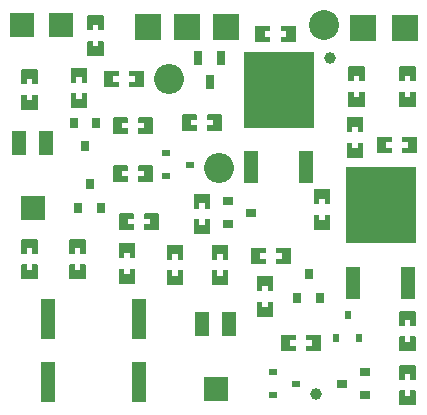
<source format=gtp>
G04 Layer: TopPasteMaskLayer*
G04 EasyEDA v6.5.51, 2026-01-23 20:44:13*
G04 9b21f2c40fdd485a9a18e9c23a84d7e9,fbdf34f9d0754eb9a98e5c232fff75f3,10*
G04 Gerber Generator version 0.2*
G04 Scale: 100 percent, Rotated: No, Reflected: No *
G04 Dimensions in millimeters *
G04 leading zeros omitted , absolute positions ,4 integer and 5 decimal *
%FSLAX45Y45*%
%MOMM*%

%ADD10C,1.0000*%
%ADD11R,2.2000X2.2000*%
%ADD12O,2.54X2.54*%
%ADD13C,2.5400*%
%ADD14R,2.0000X2.0000*%
%ADD15R,1.2000X3.5000*%
%ADD16R,0.7000X1.2500*%
%ADD17R,0.0140X1.2500*%
%ADD18R,0.7000X0.6000*%
%ADD19R,1.3000X2.8000*%
%ADD20R,6.0000X6.5000*%
%ADD21R,0.6000X0.7000*%
%ADD22R,1.3000X2.0000*%
%ADD23R,0.8000X0.9000*%
%ADD24R,0.9000X0.8000*%

%LPD*%
G36*
X951992Y3662984D02*
G01*
X947013Y3658006D01*
X947013Y3542995D01*
X951992Y3537965D01*
X994003Y3538474D01*
X994003Y3582466D01*
X1039012Y3582466D01*
X1039012Y3537508D01*
X1080008Y3537965D01*
X1084986Y3542995D01*
X1084986Y3658006D01*
X1080008Y3662984D01*
G37*
G36*
X992987Y3447491D02*
G01*
X951992Y3446983D01*
X947013Y3442004D01*
X947013Y3326993D01*
X951992Y3322015D01*
X1080008Y3322015D01*
X1084986Y3326993D01*
X1084986Y3442004D01*
X1080008Y3446983D01*
X1037996Y3446475D01*
X1037996Y3402482D01*
X992987Y3402482D01*
G37*
G36*
X2047087Y1504391D02*
G01*
X2006092Y1503883D01*
X2001113Y1498904D01*
X2001113Y1383893D01*
X2006092Y1378915D01*
X2134108Y1378915D01*
X2139086Y1383893D01*
X2139086Y1498904D01*
X2134108Y1503883D01*
X2092096Y1503426D01*
X2092096Y1459382D01*
X2047087Y1459382D01*
G37*
G36*
X2006092Y1719884D02*
G01*
X2001113Y1714906D01*
X2001113Y1599895D01*
X2006092Y1594916D01*
X2048103Y1595374D01*
X2048103Y1639417D01*
X2093112Y1639417D01*
X2093112Y1594408D01*
X2134108Y1594916D01*
X2139086Y1599895D01*
X2139086Y1714906D01*
X2134108Y1719884D01*
G37*
G36*
X1307287Y3193186D02*
G01*
X1302308Y3188208D01*
X1302816Y3146196D01*
X1346809Y3146196D01*
X1346809Y3101187D01*
X1301800Y3101187D01*
X1302308Y3060192D01*
X1307287Y3055213D01*
X1422298Y3055213D01*
X1427327Y3060192D01*
X1427327Y3188208D01*
X1422298Y3193186D01*
G37*
G36*
X1092301Y3193186D02*
G01*
X1087323Y3188208D01*
X1087323Y3060192D01*
X1092301Y3055213D01*
X1207312Y3055213D01*
X1212291Y3060192D01*
X1211783Y3101187D01*
X1167790Y3101187D01*
X1167790Y3146196D01*
X1212291Y3146196D01*
X1212291Y3188208D01*
X1207312Y3193186D01*
G37*
G36*
X393192Y3205276D02*
G01*
X388213Y3200298D01*
X388213Y3085287D01*
X393192Y3080308D01*
X435203Y3080816D01*
X435203Y3124809D01*
X480212Y3124809D01*
X480212Y3079800D01*
X521208Y3080308D01*
X526186Y3085287D01*
X526186Y3200298D01*
X521208Y3205276D01*
G37*
G36*
X393192Y2990291D02*
G01*
X388213Y2985312D01*
X388213Y2870301D01*
X393192Y2865272D01*
X521208Y2865272D01*
X526186Y2870301D01*
X526186Y2985312D01*
X521208Y2990291D01*
X480212Y2989783D01*
X480212Y2945790D01*
X435203Y2945790D01*
X435203Y2990291D01*
G37*
G36*
X1383487Y2393086D02*
G01*
X1378508Y2388108D01*
X1379016Y2346096D01*
X1423009Y2346096D01*
X1423009Y2301087D01*
X1378000Y2301087D01*
X1378508Y2260092D01*
X1383487Y2255113D01*
X1498498Y2255113D01*
X1503527Y2260092D01*
X1503527Y2388108D01*
X1498498Y2393086D01*
G37*
G36*
X1168501Y2393086D02*
G01*
X1163523Y2388108D01*
X1163523Y2260092D01*
X1168501Y2255113D01*
X1283512Y2255113D01*
X1288491Y2260092D01*
X1287983Y2301087D01*
X1243990Y2301087D01*
X1243990Y2346096D01*
X1288491Y2346096D01*
X1288491Y2388108D01*
X1283512Y2393086D01*
G37*
G36*
X1967687Y2824886D02*
G01*
X1962708Y2819908D01*
X1963216Y2777896D01*
X2007209Y2777896D01*
X2007209Y2732887D01*
X1962200Y2732887D01*
X1962708Y2691892D01*
X1967687Y2686913D01*
X2082698Y2686913D01*
X2087676Y2691892D01*
X2087676Y2819908D01*
X2082698Y2824886D01*
G37*
G36*
X1752701Y2824886D02*
G01*
X1747672Y2819908D01*
X1747672Y2691892D01*
X1752701Y2686913D01*
X1867712Y2686913D01*
X1872691Y2691892D01*
X1872183Y2732887D01*
X1828190Y2732887D01*
X1828190Y2777896D01*
X1872691Y2777896D01*
X1872691Y2819908D01*
X1867712Y2824886D01*
G37*
G36*
X434187Y1555699D02*
G01*
X393192Y1555191D01*
X388213Y1550212D01*
X388213Y1435201D01*
X393192Y1430223D01*
X521208Y1430223D01*
X526186Y1435201D01*
X526186Y1550212D01*
X521208Y1555191D01*
X479196Y1554683D01*
X479196Y1510690D01*
X434187Y1510690D01*
G37*
G36*
X393192Y1770176D02*
G01*
X388213Y1765198D01*
X388213Y1650187D01*
X393192Y1645208D01*
X434187Y1645716D01*
X434187Y1689709D01*
X479196Y1689709D01*
X479196Y1645208D01*
X521208Y1645208D01*
X526186Y1650187D01*
X526186Y1765198D01*
X521208Y1770176D01*
G37*
G36*
X1168501Y2799486D02*
G01*
X1163472Y2794508D01*
X1163472Y2666492D01*
X1168501Y2661513D01*
X1283512Y2661513D01*
X1288491Y2666492D01*
X1287983Y2708503D01*
X1243990Y2708503D01*
X1243990Y2753512D01*
X1288999Y2753512D01*
X1288491Y2794508D01*
X1283512Y2799486D01*
G37*
G36*
X1383487Y2799486D02*
G01*
X1378508Y2794508D01*
X1379016Y2753512D01*
X1423009Y2753512D01*
X1423009Y2708503D01*
X1378508Y2708503D01*
X1378508Y2666492D01*
X1383487Y2661513D01*
X1498498Y2661513D01*
X1503476Y2666492D01*
X1503476Y2794508D01*
X1498498Y2799486D01*
G37*
G36*
X1219301Y1986686D02*
G01*
X1214272Y1981707D01*
X1214272Y1853692D01*
X1219301Y1848713D01*
X1334312Y1848713D01*
X1339291Y1853692D01*
X1338783Y1895703D01*
X1294790Y1895703D01*
X1294790Y1940712D01*
X1339799Y1940712D01*
X1339291Y1981707D01*
X1334312Y1986686D01*
G37*
G36*
X1434287Y1986686D02*
G01*
X1429308Y1981707D01*
X1429816Y1940712D01*
X1473809Y1940712D01*
X1473809Y1895703D01*
X1429308Y1895703D01*
X1429308Y1853692D01*
X1434287Y1848713D01*
X1549298Y1848713D01*
X1554276Y1853692D01*
X1554276Y1981707D01*
X1549298Y1986686D01*
G37*
G36*
X1625092Y1719427D02*
G01*
X1620113Y1714398D01*
X1620113Y1599387D01*
X1625092Y1594408D01*
X1667103Y1594916D01*
X1667103Y1638909D01*
X1712112Y1638909D01*
X1712112Y1593900D01*
X1753107Y1594408D01*
X1758086Y1599387D01*
X1758086Y1714398D01*
X1753107Y1719427D01*
G37*
G36*
X1625092Y1504391D02*
G01*
X1620113Y1499412D01*
X1620113Y1384401D01*
X1625092Y1379423D01*
X1753107Y1379423D01*
X1758086Y1384401D01*
X1758086Y1499412D01*
X1753107Y1504391D01*
X1712112Y1503883D01*
X1712112Y1459890D01*
X1667103Y1459890D01*
X1667103Y1504391D01*
G37*
G36*
X1894687Y1936699D02*
G01*
X1853692Y1936191D01*
X1848713Y1931212D01*
X1848713Y1816201D01*
X1853692Y1811223D01*
X1981707Y1811223D01*
X1986686Y1816201D01*
X1986686Y1931212D01*
X1981707Y1936191D01*
X1939696Y1935683D01*
X1939696Y1891690D01*
X1894687Y1891690D01*
G37*
G36*
X1853692Y2151176D02*
G01*
X1848713Y2146198D01*
X1848713Y2031187D01*
X1853692Y2026208D01*
X1894687Y2026716D01*
X1894687Y2070709D01*
X1939696Y2070709D01*
X1939696Y2026208D01*
X1981707Y2026208D01*
X1986686Y2031187D01*
X1986686Y2146198D01*
X1981707Y2151176D01*
G37*
G36*
X2910687Y1974799D02*
G01*
X2869692Y1974291D01*
X2864713Y1969312D01*
X2864713Y1854301D01*
X2869692Y1849323D01*
X2997708Y1849323D01*
X3002686Y1854301D01*
X3002686Y1969312D01*
X2997708Y1974291D01*
X2955696Y1973783D01*
X2955696Y1929790D01*
X2910687Y1929790D01*
G37*
G36*
X2869692Y2189276D02*
G01*
X2864713Y2184298D01*
X2864713Y2069287D01*
X2869692Y2064308D01*
X2910687Y2064816D01*
X2910687Y2108809D01*
X2955696Y2108809D01*
X2955696Y2064308D01*
X2997708Y2064308D01*
X3002686Y2069287D01*
X3002686Y2184298D01*
X2997708Y2189276D01*
G37*
G36*
X2336901Y1694586D02*
G01*
X2331872Y1689607D01*
X2331872Y1561592D01*
X2336901Y1556613D01*
X2451912Y1556613D01*
X2456891Y1561592D01*
X2456383Y1603603D01*
X2412390Y1603603D01*
X2412390Y1648612D01*
X2457399Y1648612D01*
X2456891Y1689607D01*
X2451912Y1694586D01*
G37*
G36*
X2551887Y1694586D02*
G01*
X2546908Y1689607D01*
X2547416Y1648612D01*
X2591409Y1648612D01*
X2591409Y1603603D01*
X2546908Y1603603D01*
X2546908Y1561592D01*
X2551887Y1556613D01*
X2666898Y1556613D01*
X2671876Y1561592D01*
X2671876Y1689607D01*
X2666898Y1694586D01*
G37*
G36*
X3190087Y2584399D02*
G01*
X3149092Y2583891D01*
X3144113Y2578912D01*
X3144113Y2463901D01*
X3149092Y2458923D01*
X3277108Y2458923D01*
X3282086Y2463901D01*
X3282086Y2578912D01*
X3277108Y2583891D01*
X3235096Y2583383D01*
X3235096Y2539390D01*
X3190087Y2539390D01*
G37*
G36*
X3149092Y2798876D02*
G01*
X3144113Y2793898D01*
X3144113Y2678887D01*
X3149092Y2673908D01*
X3190087Y2674416D01*
X3190087Y2718409D01*
X3235096Y2718409D01*
X3235096Y2673908D01*
X3277108Y2673908D01*
X3282086Y2678887D01*
X3282086Y2793898D01*
X3277108Y2798876D01*
G37*
G36*
X3403701Y2634386D02*
G01*
X3398672Y2629408D01*
X3398672Y2501392D01*
X3403701Y2496413D01*
X3518712Y2496413D01*
X3523691Y2501392D01*
X3523183Y2543403D01*
X3479190Y2543403D01*
X3479190Y2588412D01*
X3524199Y2588412D01*
X3523691Y2629408D01*
X3518712Y2634386D01*
G37*
G36*
X3618687Y2634386D02*
G01*
X3613708Y2629408D01*
X3614216Y2588412D01*
X3658209Y2588412D01*
X3658209Y2543403D01*
X3613708Y2543403D01*
X3613708Y2501392D01*
X3618687Y2496413D01*
X3733698Y2496413D01*
X3738676Y2501392D01*
X3738676Y2629408D01*
X3733698Y2634386D01*
G37*
G36*
X3202787Y3016199D02*
G01*
X3161792Y3015691D01*
X3156813Y3010712D01*
X3156813Y2895701D01*
X3161792Y2890723D01*
X3289808Y2890723D01*
X3294786Y2895701D01*
X3294786Y3010712D01*
X3289808Y3015691D01*
X3247796Y3015183D01*
X3247796Y2971190D01*
X3202787Y2971190D01*
G37*
G36*
X3161792Y3230676D02*
G01*
X3156813Y3225698D01*
X3156813Y3110687D01*
X3161792Y3105708D01*
X3202787Y3106216D01*
X3202787Y3150209D01*
X3247796Y3150209D01*
X3247796Y3105708D01*
X3289808Y3105708D01*
X3294786Y3110687D01*
X3294786Y3225698D01*
X3289808Y3230676D01*
G37*
G36*
X840587Y1555699D02*
G01*
X799592Y1555191D01*
X794613Y1550212D01*
X794613Y1435201D01*
X799592Y1430223D01*
X927608Y1430223D01*
X932586Y1435201D01*
X932586Y1550212D01*
X927608Y1555191D01*
X885596Y1554683D01*
X885596Y1510690D01*
X840587Y1510690D01*
G37*
G36*
X799592Y1770176D02*
G01*
X794613Y1765198D01*
X794613Y1650187D01*
X799592Y1645208D01*
X840587Y1645716D01*
X840587Y1689709D01*
X885596Y1689709D01*
X885596Y1645208D01*
X927608Y1645208D01*
X932586Y1650187D01*
X932586Y1765198D01*
X927608Y1770176D01*
G37*
G36*
X3634587Y946099D02*
G01*
X3593592Y945591D01*
X3588613Y940612D01*
X3588613Y825601D01*
X3593592Y820623D01*
X3721608Y820623D01*
X3726586Y825601D01*
X3726586Y940612D01*
X3721608Y945591D01*
X3679596Y945083D01*
X3679596Y901090D01*
X3634587Y901090D01*
G37*
G36*
X3593592Y1160576D02*
G01*
X3588613Y1155598D01*
X3588613Y1040587D01*
X3593592Y1035608D01*
X3634587Y1036116D01*
X3634587Y1080109D01*
X3679596Y1080109D01*
X3679596Y1035608D01*
X3721608Y1035608D01*
X3726586Y1040587D01*
X3726586Y1155598D01*
X3721608Y1160576D01*
G37*
G36*
X2428087Y1238199D02*
G01*
X2387092Y1237691D01*
X2382113Y1232712D01*
X2382113Y1117701D01*
X2387092Y1112723D01*
X2515108Y1112723D01*
X2520086Y1117701D01*
X2520086Y1232712D01*
X2515108Y1237691D01*
X2473096Y1237183D01*
X2473096Y1193190D01*
X2428087Y1193190D01*
G37*
G36*
X2387092Y1452676D02*
G01*
X2382113Y1447698D01*
X2382113Y1332687D01*
X2387092Y1327708D01*
X2428087Y1328216D01*
X2428087Y1372209D01*
X2473096Y1372209D01*
X2473096Y1327708D01*
X2515108Y1327708D01*
X2520086Y1332687D01*
X2520086Y1447698D01*
X2515108Y1452676D01*
G37*
G36*
X3634587Y488899D02*
G01*
X3593592Y488391D01*
X3588613Y483412D01*
X3588613Y368401D01*
X3593592Y363423D01*
X3721608Y363423D01*
X3726586Y368401D01*
X3726586Y483412D01*
X3721608Y488391D01*
X3679596Y487883D01*
X3679596Y443890D01*
X3634587Y443890D01*
G37*
G36*
X3593592Y703376D02*
G01*
X3588613Y698398D01*
X3588613Y583387D01*
X3593592Y578408D01*
X3634587Y578916D01*
X3634587Y622909D01*
X3679596Y622909D01*
X3679596Y578408D01*
X3721608Y578408D01*
X3726586Y583387D01*
X3726586Y698398D01*
X3721608Y703376D01*
G37*
G36*
X2590901Y957986D02*
G01*
X2585872Y953008D01*
X2585872Y824992D01*
X2590901Y820013D01*
X2705912Y820013D01*
X2710891Y824992D01*
X2710383Y867003D01*
X2666390Y867003D01*
X2666390Y912012D01*
X2711399Y912012D01*
X2710891Y953008D01*
X2705912Y957986D01*
G37*
G36*
X2805887Y957986D02*
G01*
X2800908Y953008D01*
X2801416Y912012D01*
X2845409Y912012D01*
X2845409Y867003D01*
X2800908Y867003D01*
X2800908Y824992D01*
X2805887Y820013D01*
X2920898Y820013D01*
X2925876Y824992D01*
X2925876Y953008D01*
X2920898Y957986D01*
G37*
G36*
X3634587Y3016199D02*
G01*
X3593592Y3015691D01*
X3588613Y3010712D01*
X3588613Y2895701D01*
X3593592Y2890723D01*
X3721608Y2890723D01*
X3726586Y2895701D01*
X3726586Y3010712D01*
X3721608Y3015691D01*
X3679596Y3015183D01*
X3679596Y2971190D01*
X3634587Y2971190D01*
G37*
G36*
X3593592Y3230676D02*
G01*
X3588613Y3225698D01*
X3588613Y3110687D01*
X3593592Y3105708D01*
X3634587Y3106216D01*
X3634587Y3150209D01*
X3679596Y3150209D01*
X3679596Y3105708D01*
X3721608Y3105708D01*
X3726586Y3110687D01*
X3726586Y3225698D01*
X3721608Y3230676D01*
G37*
G36*
X1259687Y1517599D02*
G01*
X1218692Y1517091D01*
X1213713Y1512112D01*
X1213713Y1397101D01*
X1218692Y1392123D01*
X1346708Y1392123D01*
X1351686Y1397101D01*
X1351686Y1512112D01*
X1346708Y1517091D01*
X1304696Y1516583D01*
X1304696Y1472590D01*
X1259687Y1472590D01*
G37*
G36*
X1218692Y1732076D02*
G01*
X1213713Y1727098D01*
X1213713Y1612087D01*
X1218692Y1607108D01*
X1259687Y1607616D01*
X1259687Y1651609D01*
X1304696Y1651609D01*
X1304696Y1607108D01*
X1346708Y1607108D01*
X1351686Y1612087D01*
X1351686Y1727098D01*
X1346708Y1732076D01*
G37*
G36*
X853287Y3003499D02*
G01*
X812292Y3002991D01*
X807313Y2998012D01*
X807313Y2883001D01*
X812292Y2878023D01*
X940308Y2878023D01*
X945286Y2883001D01*
X945286Y2998012D01*
X940308Y3002991D01*
X898296Y3002483D01*
X898296Y2958490D01*
X853287Y2958490D01*
G37*
G36*
X812292Y3217976D02*
G01*
X807313Y3212998D01*
X807313Y3097987D01*
X812292Y3093008D01*
X853287Y3093516D01*
X853287Y3137509D01*
X898296Y3137509D01*
X898296Y3093008D01*
X940308Y3093008D01*
X945286Y3097987D01*
X945286Y3212998D01*
X940308Y3217976D01*
G37*
G36*
X2375001Y3574186D02*
G01*
X2369972Y3569208D01*
X2369972Y3441192D01*
X2375001Y3436213D01*
X2490012Y3436213D01*
X2494991Y3441192D01*
X2494483Y3483203D01*
X2450490Y3483203D01*
X2450490Y3528212D01*
X2495499Y3528212D01*
X2494991Y3569208D01*
X2490012Y3574186D01*
G37*
G36*
X2589987Y3574186D02*
G01*
X2585008Y3569208D01*
X2585516Y3528212D01*
X2629509Y3528212D01*
X2629509Y3483203D01*
X2585008Y3483203D01*
X2585008Y3441192D01*
X2589987Y3436213D01*
X2704998Y3436213D01*
X2709976Y3441192D01*
X2709976Y3569208D01*
X2704998Y3574186D01*
G37*
D10*
G01*
X2997200Y3302000D03*
D11*
G01*
X1460500Y3568700D03*
G01*
X1790700Y3568700D03*
G01*
X2120900Y3568700D03*
D12*
G01*
X2057400Y2374900D03*
G01*
X1638300Y3124200D03*
D13*
G01*
X2946400Y3581400D03*
D11*
G01*
X3632200Y3556000D03*
G01*
X3276600Y3556000D03*
D14*
G01*
X723900Y3581400D03*
G01*
X393700Y3581400D03*
D10*
G01*
X2882894Y457200D03*
D15*
G01*
X609600Y1092504D03*
G01*
X609600Y558495D03*
G01*
X1384300Y1092504D03*
G01*
X1384300Y558495D03*
D16*
G01*
X2076195Y3300399D03*
G01*
X1886204Y3300399D03*
G01*
X1981200Y3100400D03*
D18*
G01*
X1614500Y2495296D03*
G01*
X1614500Y2305304D03*
G01*
X1814499Y2400300D03*
D19*
G01*
X2795397Y2375890D03*
G01*
X2335402Y2375890D03*
D20*
G01*
X2565400Y3034309D03*
D19*
G01*
X3658997Y1397990D03*
G01*
X3199002Y1397990D03*
D20*
G01*
X3429000Y2056409D03*
D21*
G01*
X3054604Y928700D03*
G01*
X3244595Y928700D03*
G01*
X3149600Y1128699D03*
D18*
G01*
X2516195Y641096D03*
G01*
X2516195Y451104D03*
G01*
X2716194Y546100D03*
D14*
G01*
X482600Y2036394D03*
D22*
G01*
X365099Y2586405D03*
G01*
X600100Y2586405D03*
D14*
G01*
X2032000Y499694D03*
D22*
G01*
X1914499Y1049705D03*
G01*
X2149500Y1049705D03*
D23*
G01*
X1022095Y2754299D03*
G01*
X832104Y2754299D03*
G01*
X927100Y2554300D03*
G01*
X870204Y2033600D03*
G01*
X1060195Y2033600D03*
G01*
X965200Y2233599D03*
D24*
G01*
X2135200Y2088896D03*
G01*
X2135200Y1898904D03*
G01*
X2335199Y1993900D03*
G01*
X3300399Y451104D03*
G01*
X3300399Y641096D03*
G01*
X3100400Y546100D03*
D23*
G01*
X2724404Y1271600D03*
G01*
X2914395Y1271600D03*
G01*
X2819400Y1471599D03*
M02*

</source>
